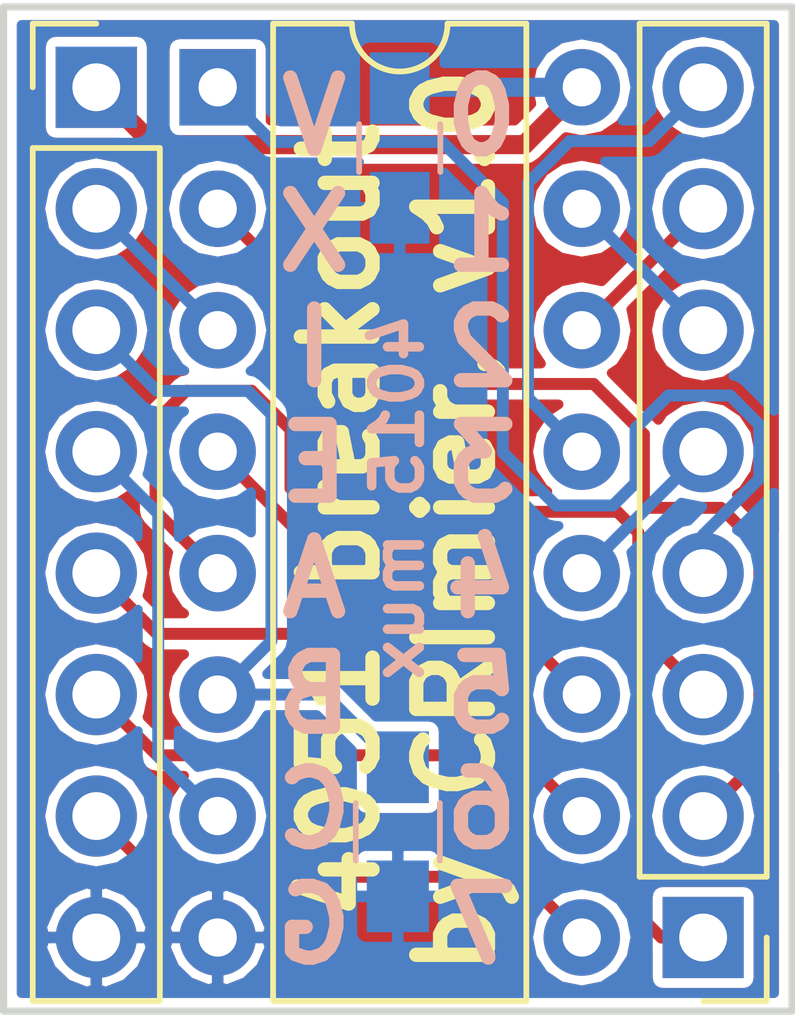
<source format=kicad_pcb>
(kicad_pcb (version 4) (host pcbnew 4.0.7)

  (general
    (links 20)
    (no_connects 0)
    (area 150.192381 103.375 172.38762 127.865)
    (thickness 1.6)
    (drawings 8)
    (tracks 76)
    (zones 0)
    (modules 5)
    (nets 17)
  )

  (page A4)
  (layers
    (0 F.Cu signal)
    (31 B.Cu signal)
    (32 B.Adhes user)
    (33 F.Adhes user)
    (34 B.Paste user)
    (35 F.Paste user)
    (36 B.SilkS user)
    (37 F.SilkS user)
    (38 B.Mask user)
    (39 F.Mask user)
    (40 Dwgs.User user)
    (41 Cmts.User user)
    (42 Eco1.User user)
    (43 Eco2.User user)
    (44 Edge.Cuts user)
    (45 Margin user)
    (46 B.CrtYd user)
    (47 F.CrtYd user)
    (48 B.Fab user hide)
    (49 F.Fab user hide)
  )

  (setup
    (last_trace_width 0.25)
    (user_trace_width 0.4)
    (trace_clearance 0.2)
    (zone_clearance 0.508)
    (zone_45_only no)
    (trace_min 0.2)
    (segment_width 0.2)
    (edge_width 0.15)
    (via_size 0.6)
    (via_drill 0.4)
    (via_min_size 0.4)
    (via_min_drill 0.3)
    (uvia_size 0.3)
    (uvia_drill 0.1)
    (uvias_allowed no)
    (uvia_min_size 0.2)
    (uvia_min_drill 0.1)
    (pcb_text_width 0.3)
    (pcb_text_size 1.5 1.5)
    (mod_edge_width 0.15)
    (mod_text_size 1 1)
    (mod_text_width 0.15)
    (pad_size 1.524 1.524)
    (pad_drill 0.762)
    (pad_to_mask_clearance 0.2)
    (aux_axis_origin 169.5 105)
    (visible_elements FFFFFF7F)
    (pcbplotparams
      (layerselection 0x010f0_80000001)
      (usegerberextensions true)
      (excludeedgelayer true)
      (linewidth 0.100000)
      (plotframeref false)
      (viasonmask false)
      (mode 1)
      (useauxorigin true)
      (hpglpennumber 1)
      (hpglpenspeed 20)
      (hpglpendiameter 15)
      (hpglpenoverlay 2)
      (psnegative false)
      (psa4output false)
      (plotreference false)
      (plotvalue false)
      (plotinvisibletext false)
      (padsonsilk false)
      (subtractmaskfromsilk false)
      (outputformat 1)
      (mirror false)
      (drillshape 0)
      (scaleselection 1)
      (outputdirectory gerbers/))
  )

  (net 0 "")
  (net 1 VDD)
  (net 2 VSS)
  (net 3 "Net-(J2-Pad1)")
  (net 4 "Net-(J2-Pad2)")
  (net 5 "Net-(J2-Pad3)")
  (net 6 "Net-(J2-Pad4)")
  (net 7 "Net-(J2-Pad5)")
  (net 8 "Net-(J2-Pad6)")
  (net 9 "Net-(J2-Pad7)")
  (net 10 "Net-(J2-Pad8)")
  (net 11 X)
  (net 12 I)
  (net 13 E)
  (net 14 A)
  (net 15 B)
  (net 16 C)

  (net_class Default "This is the default net class."
    (clearance 0.2)
    (trace_width 0.25)
    (via_dia 0.6)
    (via_drill 0.4)
    (uvia_dia 0.3)
    (uvia_drill 0.1)
    (add_net A)
    (add_net B)
    (add_net C)
    (add_net E)
    (add_net I)
    (add_net "Net-(J2-Pad1)")
    (add_net "Net-(J2-Pad2)")
    (add_net "Net-(J2-Pad3)")
    (add_net "Net-(J2-Pad4)")
    (add_net "Net-(J2-Pad5)")
    (add_net "Net-(J2-Pad6)")
    (add_net "Net-(J2-Pad7)")
    (add_net "Net-(J2-Pad8)")
    (add_net VDD)
    (add_net VSS)
    (add_net X)
  )

  (module Capacitors_SMD:C_0805_HandSoldering (layer B.Cu) (tedit 5CB45B2B) (tstamp 5CB45999)
    (at 161.29 107.95 270)
    (descr "Capacitor SMD 0805, hand soldering")
    (tags "capacitor 0805")
    (path /5CB459D1)
    (attr smd)
    (fp_text reference C1 (at 0 1.75 270) (layer B.SilkS) hide
      (effects (font (size 1 1) (thickness 0.15)) (justify mirror))
    )
    (fp_text value C_Small (at 0 -1.75 270) (layer B.Fab) hide
      (effects (font (size 1 1) (thickness 0.15)) (justify mirror))
    )
    (fp_text user %R (at 0 1.75 270) (layer B.Fab)
      (effects (font (size 1 1) (thickness 0.15)) (justify mirror))
    )
    (fp_line (start -1 -0.62) (end -1 0.62) (layer B.Fab) (width 0.1))
    (fp_line (start 1 -0.62) (end -1 -0.62) (layer B.Fab) (width 0.1))
    (fp_line (start 1 0.62) (end 1 -0.62) (layer B.Fab) (width 0.1))
    (fp_line (start -1 0.62) (end 1 0.62) (layer B.Fab) (width 0.1))
    (fp_line (start 0.5 0.85) (end -0.5 0.85) (layer B.SilkS) (width 0.12))
    (fp_line (start -0.5 -0.85) (end 0.5 -0.85) (layer B.SilkS) (width 0.12))
    (fp_line (start -2.25 0.88) (end 2.25 0.88) (layer B.CrtYd) (width 0.05))
    (fp_line (start -2.25 0.88) (end -2.25 -0.87) (layer B.CrtYd) (width 0.05))
    (fp_line (start 2.25 -0.87) (end 2.25 0.88) (layer B.CrtYd) (width 0.05))
    (fp_line (start 2.25 -0.87) (end -2.25 -0.87) (layer B.CrtYd) (width 0.05))
    (pad 1 smd rect (at -1.25 0 270) (size 1.5 1.25) (layers B.Cu B.Paste B.Mask)
      (net 1 VDD))
    (pad 2 smd rect (at 1.25 0 270) (size 1.5 1.25) (layers B.Cu B.Paste B.Mask)
      (net 2 VSS))
    (model Capacitors_SMD.3dshapes/C_0805.wrl
      (at (xyz 0 0 0))
      (scale (xyz 1 1 1))
      (rotate (xyz 0 0 0))
    )
  )

  (module Pin_Headers:Pin_Header_Straight_1x08_Pitch2.54mm (layer F.Cu) (tedit 5CB45B30) (tstamp 5CB459A5)
    (at 154.94 106.68)
    (descr "Through hole straight pin header, 1x08, 2.54mm pitch, single row")
    (tags "Through hole pin header THT 1x08 2.54mm single row")
    (path /5CB45973)
    (fp_text reference J1 (at 0 -2.33) (layer F.SilkS) hide
      (effects (font (size 1 1) (thickness 0.15)))
    )
    (fp_text value Conn_01x08 (at 0 20.11) (layer F.Fab)
      (effects (font (size 1 1) (thickness 0.15)))
    )
    (fp_line (start -0.635 -1.27) (end 1.27 -1.27) (layer F.Fab) (width 0.1))
    (fp_line (start 1.27 -1.27) (end 1.27 19.05) (layer F.Fab) (width 0.1))
    (fp_line (start 1.27 19.05) (end -1.27 19.05) (layer F.Fab) (width 0.1))
    (fp_line (start -1.27 19.05) (end -1.27 -0.635) (layer F.Fab) (width 0.1))
    (fp_line (start -1.27 -0.635) (end -0.635 -1.27) (layer F.Fab) (width 0.1))
    (fp_line (start -1.33 19.11) (end 1.33 19.11) (layer F.SilkS) (width 0.12))
    (fp_line (start -1.33 1.27) (end -1.33 19.11) (layer F.SilkS) (width 0.12))
    (fp_line (start 1.33 1.27) (end 1.33 19.11) (layer F.SilkS) (width 0.12))
    (fp_line (start -1.33 1.27) (end 1.33 1.27) (layer F.SilkS) (width 0.12))
    (fp_line (start -1.33 0) (end -1.33 -1.33) (layer F.SilkS) (width 0.12))
    (fp_line (start -1.33 -1.33) (end 0 -1.33) (layer F.SilkS) (width 0.12))
    (fp_line (start -1.8 -1.8) (end -1.8 19.55) (layer F.CrtYd) (width 0.05))
    (fp_line (start -1.8 19.55) (end 1.8 19.55) (layer F.CrtYd) (width 0.05))
    (fp_line (start 1.8 19.55) (end 1.8 -1.8) (layer F.CrtYd) (width 0.05))
    (fp_line (start 1.8 -1.8) (end -1.8 -1.8) (layer F.CrtYd) (width 0.05))
    (fp_text user %R (at 0 8.89 90) (layer F.Fab)
      (effects (font (size 1 1) (thickness 0.15)))
    )
    (pad 1 thru_hole rect (at 0 0) (size 1.7 1.7) (drill 1) (layers *.Cu *.Mask)
      (net 1 VDD))
    (pad 2 thru_hole oval (at 0 2.54) (size 1.7 1.7) (drill 1) (layers *.Cu *.Mask)
      (net 11 X))
    (pad 3 thru_hole oval (at 0 5.08) (size 1.7 1.7) (drill 1) (layers *.Cu *.Mask)
      (net 12 I))
    (pad 4 thru_hole oval (at 0 7.62) (size 1.7 1.7) (drill 1) (layers *.Cu *.Mask)
      (net 13 E))
    (pad 5 thru_hole oval (at 0 10.16) (size 1.7 1.7) (drill 1) (layers *.Cu *.Mask)
      (net 14 A))
    (pad 6 thru_hole oval (at 0 12.7) (size 1.7 1.7) (drill 1) (layers *.Cu *.Mask)
      (net 15 B))
    (pad 7 thru_hole oval (at 0 15.24) (size 1.7 1.7) (drill 1) (layers *.Cu *.Mask)
      (net 16 C))
    (pad 8 thru_hole oval (at 0 17.78) (size 1.7 1.7) (drill 1) (layers *.Cu *.Mask)
      (net 2 VSS))
    (model ${KISYS3DMOD}/Pin_Headers.3dshapes/Pin_Header_Straight_1x08_Pitch2.54mm.wrl
      (at (xyz 0 0 0))
      (scale (xyz 1 1 1))
      (rotate (xyz 0 0 0))
    )
  )

  (module Pin_Headers:Pin_Header_Straight_1x08_Pitch2.54mm (layer F.Cu) (tedit 5CB45B34) (tstamp 5CB459B1)
    (at 167.64 124.46 180)
    (descr "Through hole straight pin header, 1x08, 2.54mm pitch, single row")
    (tags "Through hole pin header THT 1x08 2.54mm single row")
    (path /5CB45923)
    (fp_text reference J2 (at 0 -2.33 180) (layer F.SilkS) hide
      (effects (font (size 1 1) (thickness 0.15)))
    )
    (fp_text value Conn_01x08 (at 0 20.11 180) (layer F.Fab)
      (effects (font (size 1 1) (thickness 0.15)))
    )
    (fp_line (start -0.635 -1.27) (end 1.27 -1.27) (layer F.Fab) (width 0.1))
    (fp_line (start 1.27 -1.27) (end 1.27 19.05) (layer F.Fab) (width 0.1))
    (fp_line (start 1.27 19.05) (end -1.27 19.05) (layer F.Fab) (width 0.1))
    (fp_line (start -1.27 19.05) (end -1.27 -0.635) (layer F.Fab) (width 0.1))
    (fp_line (start -1.27 -0.635) (end -0.635 -1.27) (layer F.Fab) (width 0.1))
    (fp_line (start -1.33 19.11) (end 1.33 19.11) (layer F.SilkS) (width 0.12))
    (fp_line (start -1.33 1.27) (end -1.33 19.11) (layer F.SilkS) (width 0.12))
    (fp_line (start 1.33 1.27) (end 1.33 19.11) (layer F.SilkS) (width 0.12))
    (fp_line (start -1.33 1.27) (end 1.33 1.27) (layer F.SilkS) (width 0.12))
    (fp_line (start -1.33 0) (end -1.33 -1.33) (layer F.SilkS) (width 0.12))
    (fp_line (start -1.33 -1.33) (end 0 -1.33) (layer F.SilkS) (width 0.12))
    (fp_line (start -1.8 -1.8) (end -1.8 19.55) (layer F.CrtYd) (width 0.05))
    (fp_line (start -1.8 19.55) (end 1.8 19.55) (layer F.CrtYd) (width 0.05))
    (fp_line (start 1.8 19.55) (end 1.8 -1.8) (layer F.CrtYd) (width 0.05))
    (fp_line (start 1.8 -1.8) (end -1.8 -1.8) (layer F.CrtYd) (width 0.05))
    (fp_text user %R (at 0 8.89 270) (layer F.Fab)
      (effects (font (size 1 1) (thickness 0.15)))
    )
    (pad 1 thru_hole rect (at 0 0 180) (size 1.7 1.7) (drill 1) (layers *.Cu *.Mask)
      (net 3 "Net-(J2-Pad1)"))
    (pad 2 thru_hole oval (at 0 2.54 180) (size 1.7 1.7) (drill 1) (layers *.Cu *.Mask)
      (net 4 "Net-(J2-Pad2)"))
    (pad 3 thru_hole oval (at 0 5.08 180) (size 1.7 1.7) (drill 1) (layers *.Cu *.Mask)
      (net 5 "Net-(J2-Pad3)"))
    (pad 4 thru_hole oval (at 0 7.62 180) (size 1.7 1.7) (drill 1) (layers *.Cu *.Mask)
      (net 6 "Net-(J2-Pad4)"))
    (pad 5 thru_hole oval (at 0 10.16 180) (size 1.7 1.7) (drill 1) (layers *.Cu *.Mask)
      (net 7 "Net-(J2-Pad5)"))
    (pad 6 thru_hole oval (at 0 12.7 180) (size 1.7 1.7) (drill 1) (layers *.Cu *.Mask)
      (net 8 "Net-(J2-Pad6)"))
    (pad 7 thru_hole oval (at 0 15.24 180) (size 1.7 1.7) (drill 1) (layers *.Cu *.Mask)
      (net 9 "Net-(J2-Pad7)"))
    (pad 8 thru_hole oval (at 0 17.78 180) (size 1.7 1.7) (drill 1) (layers *.Cu *.Mask)
      (net 10 "Net-(J2-Pad8)"))
    (model ${KISYS3DMOD}/Pin_Headers.3dshapes/Pin_Header_Straight_1x08_Pitch2.54mm.wrl
      (at (xyz 0 0 0))
      (scale (xyz 1 1 1))
      (rotate (xyz 0 0 0))
    )
  )

  (module Resistors_SMD:R_0805_HandSoldering (layer B.Cu) (tedit 5CB45B37) (tstamp 5CB459B7)
    (at 161.25 122.25 270)
    (descr "Resistor SMD 0805, hand soldering")
    (tags "resistor 0805")
    (path /5CB45D66)
    (attr smd)
    (fp_text reference R1 (at 0 1.7 270) (layer B.SilkS) hide
      (effects (font (size 1 1) (thickness 0.15)) (justify mirror))
    )
    (fp_text value 10K (at 0 -1.75 270) (layer B.Fab)
      (effects (font (size 1 1) (thickness 0.15)) (justify mirror))
    )
    (fp_text user %R (at 0 0 270) (layer B.Fab)
      (effects (font (size 0.5 0.5) (thickness 0.075)) (justify mirror))
    )
    (fp_line (start -1 -0.62) (end -1 0.62) (layer B.Fab) (width 0.1))
    (fp_line (start 1 -0.62) (end -1 -0.62) (layer B.Fab) (width 0.1))
    (fp_line (start 1 0.62) (end 1 -0.62) (layer B.Fab) (width 0.1))
    (fp_line (start -1 0.62) (end 1 0.62) (layer B.Fab) (width 0.1))
    (fp_line (start 0.6 -0.88) (end -0.6 -0.88) (layer B.SilkS) (width 0.12))
    (fp_line (start -0.6 0.88) (end 0.6 0.88) (layer B.SilkS) (width 0.12))
    (fp_line (start -2.35 0.9) (end 2.35 0.9) (layer B.CrtYd) (width 0.05))
    (fp_line (start -2.35 0.9) (end -2.35 -0.9) (layer B.CrtYd) (width 0.05))
    (fp_line (start 2.35 -0.9) (end 2.35 0.9) (layer B.CrtYd) (width 0.05))
    (fp_line (start 2.35 -0.9) (end -2.35 -0.9) (layer B.CrtYd) (width 0.05))
    (pad 1 smd rect (at -1.35 0 270) (size 1.5 1.3) (layers B.Cu B.Paste B.Mask)
      (net 12 I))
    (pad 2 smd rect (at 1.35 0 270) (size 1.5 1.3) (layers B.Cu B.Paste B.Mask)
      (net 2 VSS))
    (model ${KISYS3DMOD}/Resistors_SMD.3dshapes/R_0805.wrl
      (at (xyz 0 0 0))
      (scale (xyz 1 1 1))
      (rotate (xyz 0 0 0))
    )
  )

  (module Housings_DIP:DIP-16_W7.62mm (layer F.Cu) (tedit 5CB45B2D) (tstamp 5CB459CB)
    (at 157.48 106.68)
    (descr "16-lead though-hole mounted DIP package, row spacing 7.62 mm (300 mils)")
    (tags "THT DIP DIL PDIP 2.54mm 7.62mm 300mil")
    (path /5CB4578E)
    (fp_text reference U1 (at 3.81 -2.33) (layer F.SilkS) hide
      (effects (font (size 1 1) (thickness 0.15)))
    )
    (fp_text value 4051 (at 3.81 20.11) (layer F.Fab)
      (effects (font (size 1 1) (thickness 0.15)))
    )
    (fp_arc (start 3.81 -1.33) (end 2.81 -1.33) (angle -180) (layer F.SilkS) (width 0.12))
    (fp_line (start 1.635 -1.27) (end 6.985 -1.27) (layer F.Fab) (width 0.1))
    (fp_line (start 6.985 -1.27) (end 6.985 19.05) (layer F.Fab) (width 0.1))
    (fp_line (start 6.985 19.05) (end 0.635 19.05) (layer F.Fab) (width 0.1))
    (fp_line (start 0.635 19.05) (end 0.635 -0.27) (layer F.Fab) (width 0.1))
    (fp_line (start 0.635 -0.27) (end 1.635 -1.27) (layer F.Fab) (width 0.1))
    (fp_line (start 2.81 -1.33) (end 1.16 -1.33) (layer F.SilkS) (width 0.12))
    (fp_line (start 1.16 -1.33) (end 1.16 19.11) (layer F.SilkS) (width 0.12))
    (fp_line (start 1.16 19.11) (end 6.46 19.11) (layer F.SilkS) (width 0.12))
    (fp_line (start 6.46 19.11) (end 6.46 -1.33) (layer F.SilkS) (width 0.12))
    (fp_line (start 6.46 -1.33) (end 4.81 -1.33) (layer F.SilkS) (width 0.12))
    (fp_line (start -1.1 -1.55) (end -1.1 19.3) (layer F.CrtYd) (width 0.05))
    (fp_line (start -1.1 19.3) (end 8.7 19.3) (layer F.CrtYd) (width 0.05))
    (fp_line (start 8.7 19.3) (end 8.7 -1.55) (layer F.CrtYd) (width 0.05))
    (fp_line (start 8.7 -1.55) (end -1.1 -1.55) (layer F.CrtYd) (width 0.05))
    (fp_text user %R (at 3.81 8.89) (layer F.Fab)
      (effects (font (size 1 1) (thickness 0.15)))
    )
    (pad 1 thru_hole rect (at 0 0) (size 1.6 1.6) (drill 0.8) (layers *.Cu *.Mask)
      (net 6 "Net-(J2-Pad4)"))
    (pad 9 thru_hole oval (at 7.62 17.78) (size 1.6 1.6) (drill 0.8) (layers *.Cu *.Mask)
      (net 16 C))
    (pad 2 thru_hole oval (at 0 2.54) (size 1.6 1.6) (drill 0.8) (layers *.Cu *.Mask)
      (net 4 "Net-(J2-Pad2)"))
    (pad 10 thru_hole oval (at 7.62 15.24) (size 1.6 1.6) (drill 0.8) (layers *.Cu *.Mask)
      (net 15 B))
    (pad 3 thru_hole oval (at 0 5.08) (size 1.6 1.6) (drill 0.8) (layers *.Cu *.Mask)
      (net 11 X))
    (pad 11 thru_hole oval (at 7.62 12.7) (size 1.6 1.6) (drill 0.8) (layers *.Cu *.Mask)
      (net 14 A))
    (pad 4 thru_hole oval (at 0 7.62) (size 1.6 1.6) (drill 0.8) (layers *.Cu *.Mask)
      (net 3 "Net-(J2-Pad1)"))
    (pad 12 thru_hole oval (at 7.62 10.16) (size 1.6 1.6) (drill 0.8) (layers *.Cu *.Mask)
      (net 7 "Net-(J2-Pad5)"))
    (pad 5 thru_hole oval (at 0 10.16) (size 1.6 1.6) (drill 0.8) (layers *.Cu *.Mask)
      (net 5 "Net-(J2-Pad3)"))
    (pad 13 thru_hole oval (at 7.62 7.62) (size 1.6 1.6) (drill 0.8) (layers *.Cu *.Mask)
      (net 10 "Net-(J2-Pad8)"))
    (pad 6 thru_hole oval (at 0 12.7) (size 1.6 1.6) (drill 0.8) (layers *.Cu *.Mask)
      (net 12 I))
    (pad 14 thru_hole oval (at 7.62 5.08) (size 1.6 1.6) (drill 0.8) (layers *.Cu *.Mask)
      (net 9 "Net-(J2-Pad7)"))
    (pad 7 thru_hole oval (at 0 15.24) (size 1.6 1.6) (drill 0.8) (layers *.Cu *.Mask)
      (net 13 E))
    (pad 15 thru_hole oval (at 7.62 2.54) (size 1.6 1.6) (drill 0.8) (layers *.Cu *.Mask)
      (net 8 "Net-(J2-Pad6)"))
    (pad 8 thru_hole oval (at 0 17.78) (size 1.6 1.6) (drill 0.8) (layers *.Cu *.Mask)
      (net 2 VSS))
    (pad 16 thru_hole oval (at 7.62 0) (size 1.6 1.6) (drill 0.8) (layers *.Cu *.Mask)
      (net 1 VDD))
    (model ${KISYS3DMOD}/Housings_DIP.3dshapes/DIP-16_W7.62mm.wrl
      (at (xyz 0 0 0))
      (scale (xyz 1 1 1))
      (rotate (xyz 0 0 0))
    )
  )

  (gr_text "4051 breakout\nby CRImier, v1.0" (at 161.25 115.75 90) (layer F.SilkS)
    (effects (font (size 1.5 1.5) (thickness 0.3)))
  )
  (gr_text "4015 mux" (at 161.25 115.25 90) (layer B.SilkS)
    (effects (font (size 1 1) (thickness 0.2)) (justify mirror))
  )
  (gr_text "V\nX\nI\nE\nA\nB\nC\nG" (at 159.5 115.75) (layer B.SilkS)
    (effects (font (size 1.5 1.5) (thickness 0.3)) (justify mirror))
  )
  (gr_text "0\n1\n2\n3\n4\n5\n6\n7" (at 163 115.75) (layer B.SilkS)
    (effects (font (size 1.5 1.5) (thickness 0.3)) (justify mirror))
  )
  (gr_line (start 153 126) (end 153 105) (layer Edge.Cuts) (width 0.15))
  (gr_line (start 169.5 126) (end 153 126) (layer Edge.Cuts) (width 0.15))
  (gr_line (start 169.5 105) (end 169.5 126) (layer Edge.Cuts) (width 0.15))
  (gr_line (start 153 105) (end 169.5 105) (layer Edge.Cuts) (width 0.15))

  (segment (start 165.1 106.68) (end 161.31 106.68) (width 0.4) (layer B.Cu) (net 1))
  (segment (start 161.31 106.68) (end 161.29 106.7) (width 0.4) (layer B.Cu) (net 1))
  (segment (start 154.94 106.68) (end 156.140001 107.880001) (width 0.4) (layer F.Cu) (net 1))
  (segment (start 156.140001 107.880001) (end 163.899999 107.880001) (width 0.4) (layer F.Cu) (net 1))
  (segment (start 163.899999 107.880001) (end 165.1 106.68) (width 0.4) (layer F.Cu) (net 1))
  (segment (start 167.64 124.46) (end 166.765002 124.46) (width 0.25) (layer F.Cu) (net 3))
  (segment (start 164.46641 118.11) (end 163.95841 117.602) (width 0.25) (layer F.Cu) (net 3))
  (segment (start 166.765002 124.46) (end 166.338191 124.033189) (width 0.25) (layer F.Cu) (net 3))
  (segment (start 166.338191 124.033189) (end 166.338191 118.856384) (width 0.25) (layer F.Cu) (net 3))
  (segment (start 166.338191 118.856384) (end 165.591807 118.11) (width 0.25) (layer F.Cu) (net 3))
  (segment (start 165.591807 118.11) (end 164.46641 118.11) (width 0.25) (layer F.Cu) (net 3))
  (segment (start 163.95841 117.602) (end 160.782 117.602) (width 0.25) (layer F.Cu) (net 3))
  (segment (start 160.782 117.602) (end 157.48 114.3) (width 0.25) (layer F.Cu) (net 3))
  (segment (start 167.64 121.92) (end 168.815001 120.744999) (width 0.25) (layer F.Cu) (net 4))
  (segment (start 168.815001 120.744999) (end 168.815001 116.275999) (width 0.25) (layer F.Cu) (net 4))
  (segment (start 168.815001 116.275999) (end 168.014003 115.475001) (width 0.25) (layer F.Cu) (net 4))
  (segment (start 168.014003 115.475001) (end 166.400559 115.475001) (width 0.25) (layer F.Cu) (net 4))
  (segment (start 166.400559 115.475001) (end 166.400559 113.935557) (width 0.25) (layer F.Cu) (net 4))
  (segment (start 166.400559 113.935557) (end 165.350003 112.885001) (width 0.25) (layer F.Cu) (net 4))
  (segment (start 165.350003 112.885001) (end 161.145001 112.885001) (width 0.25) (layer F.Cu) (net 4))
  (segment (start 161.145001 112.885001) (end 157.48 109.22) (width 0.25) (layer F.Cu) (net 4))
  (segment (start 157.48 116.84) (end 156.178842 115.538842) (width 0.25) (layer F.Cu) (net 5))
  (segment (start 156.821977 113.026423) (end 158.191234 113.026423) (width 0.25) (layer F.Cu) (net 5))
  (segment (start 156.178842 115.538842) (end 156.178842 113.669558) (width 0.25) (layer F.Cu) (net 5))
  (segment (start 163.715528 115.557472) (end 165.84662 115.557472) (width 0.25) (layer F.Cu) (net 5))
  (segment (start 166.282293 118.022293) (end 167.64 119.38) (width 0.25) (layer F.Cu) (net 5))
  (segment (start 156.178842 113.669558) (end 156.821977 113.026423) (width 0.25) (layer F.Cu) (net 5))
  (segment (start 158.191234 113.026423) (end 159.004 113.839189) (width 0.25) (layer F.Cu) (net 5))
  (segment (start 159.004 113.839189) (end 159.004 115.062) (width 0.25) (layer F.Cu) (net 5))
  (segment (start 165.84662 115.557472) (end 166.282293 115.993145) (width 0.25) (layer F.Cu) (net 5))
  (segment (start 159.004 115.062) (end 160.909 116.967) (width 0.25) (layer F.Cu) (net 5))
  (segment (start 160.909 116.967) (end 162.306 116.967) (width 0.25) (layer F.Cu) (net 5))
  (segment (start 162.306 116.967) (end 163.715528 115.557472) (width 0.25) (layer F.Cu) (net 5))
  (segment (start 166.282293 115.993145) (end 166.282293 118.022293) (width 0.25) (layer F.Cu) (net 5))
  (segment (start 164.559999 115.425001) (end 163.449 114.314002) (width 0.25) (layer B.Cu) (net 6))
  (segment (start 163.449 109.093) (end 163.449 114.314002) (width 0.25) (layer B.Cu) (net 6))
  (segment (start 162.179 107.823) (end 163.449 109.093) (width 0.25) (layer B.Cu) (net 6))
  (segment (start 158.623 107.823) (end 157.48 106.68) (width 0.25) (layer B.Cu) (net 6))
  (segment (start 158.623 107.823) (end 162.179 107.823) (width 0.25) (layer B.Cu) (net 6))
  (segment (start 167.64 116.84) (end 167.64 116.039002) (width 0.25) (layer B.Cu) (net 6))
  (segment (start 166.225001 114.952999) (end 165.752999 115.425001) (width 0.25) (layer B.Cu) (net 6))
  (segment (start 167.64 116.039002) (end 168.815001 114.864001) (width 0.25) (layer B.Cu) (net 6))
  (segment (start 166.225001 113.809999) (end 166.225001 114.952999) (width 0.25) (layer B.Cu) (net 6))
  (segment (start 168.815001 114.864001) (end 168.815001 113.735999) (width 0.25) (layer B.Cu) (net 6))
  (segment (start 165.752999 115.425001) (end 164.559999 115.425001) (width 0.25) (layer B.Cu) (net 6))
  (segment (start 168.815001 113.735999) (end 168.204001 113.124999) (width 0.25) (layer B.Cu) (net 6))
  (segment (start 168.204001 113.124999) (end 166.910001 113.124999) (width 0.25) (layer B.Cu) (net 6))
  (segment (start 166.910001 113.124999) (end 166.225001 113.809999) (width 0.25) (layer B.Cu) (net 6))
  (segment (start 165.1 116.84) (end 167.64 114.3) (width 0.25) (layer B.Cu) (net 7))
  (segment (start 165.1 109.22) (end 167.64 111.76) (width 0.25) (layer B.Cu) (net 8))
  (segment (start 165.1 111.76) (end 167.64 109.22) (width 0.25) (layer F.Cu) (net 9))
  (segment (start 165.1 114.3) (end 163.974999 113.174999) (width 0.25) (layer B.Cu) (net 10))
  (segment (start 163.974999 113.174999) (end 163.974999 108.679999) (width 0.25) (layer B.Cu) (net 10))
  (segment (start 163.974999 108.679999) (end 164.849997 107.805001) (width 0.25) (layer B.Cu) (net 10))
  (segment (start 164.849997 107.805001) (end 166.514999 107.805001) (width 0.25) (layer B.Cu) (net 10))
  (segment (start 166.514999 107.805001) (end 167.64 106.68) (width 0.25) (layer B.Cu) (net 10))
  (segment (start 154.94 109.22) (end 157.48 111.76) (width 0.25) (layer B.Cu) (net 11))
  (segment (start 157.48 119.38) (end 159.73 119.38) (width 0.25) (layer B.Cu) (net 12))
  (segment (start 159.73 119.38) (end 161.25 120.9) (width 0.25) (layer B.Cu) (net 12))
  (segment (start 154.94 111.76) (end 156.21 113.03) (width 0.25) (layer B.Cu) (net 12))
  (segment (start 156.21 113.03) (end 158.115 113.03) (width 0.25) (layer B.Cu) (net 12))
  (segment (start 158.115 113.03) (end 158.605001 113.520001) (width 0.25) (layer B.Cu) (net 12))
  (segment (start 158.605001 113.520001) (end 158.605001 118.254999) (width 0.25) (layer B.Cu) (net 12))
  (segment (start 158.605001 118.254999) (end 157.48 119.38) (width 0.25) (layer B.Cu) (net 12))
  (segment (start 154.94 114.3) (end 156.236442 115.596442) (width 0.25) (layer B.Cu) (net 13))
  (segment (start 156.236442 115.596442) (end 156.236442 120.676442) (width 0.25) (layer B.Cu) (net 13))
  (segment (start 156.236442 120.676442) (end 157.48 121.92) (width 0.25) (layer B.Cu) (net 13))
  (segment (start 154.94 116.84) (end 156.21 118.11) (width 0.25) (layer F.Cu) (net 14))
  (segment (start 156.21 118.11) (end 163.83 118.11) (width 0.25) (layer F.Cu) (net 14))
  (segment (start 163.83 118.11) (end 165.1 119.38) (width 0.25) (layer F.Cu) (net 14))
  (segment (start 156.21 120.65) (end 163.83 120.65) (width 0.25) (layer F.Cu) (net 15))
  (segment (start 163.83 120.65) (end 165.1 121.92) (width 0.25) (layer F.Cu) (net 15))
  (segment (start 154.94 119.38) (end 156.21 120.65) (width 0.25) (layer F.Cu) (net 15))
  (segment (start 156.21 123.19) (end 163.83 123.19) (width 0.25) (layer F.Cu) (net 16))
  (segment (start 163.83 123.19) (end 165.1 124.46) (width 0.25) (layer F.Cu) (net 16))
  (segment (start 154.94 121.92) (end 156.21 123.19) (width 0.25) (layer F.Cu) (net 16))

  (zone (net 2) (net_name VSS) (layer F.Cu) (tstamp 0) (hatch edge 0.508)
    (connect_pads (clearance 0.2))
    (min_thickness 0.2)
    (fill yes (arc_segments 16) (thermal_gap 0.2) (thermal_bridge_width 0.24))
    (polygon
      (pts
        (xy 153 105) (xy 169.5 105) (xy 169.5 126) (xy 153 126)
      )
    )
    (filled_polygon
      (pts
        (xy 169.125 115.989664) (xy 169.115521 115.975478) (xy 168.342331 115.202289) (xy 168.475703 115.113173) (xy 168.724991 114.740086)
        (xy 168.81253 114.3) (xy 168.724991 113.859914) (xy 168.475703 113.486827) (xy 168.102616 113.237539) (xy 167.66253 113.15)
        (xy 167.61747 113.15) (xy 167.177384 113.237539) (xy 166.804297 113.486827) (xy 166.703173 113.63817) (xy 166.70108 113.635037)
        (xy 165.722223 112.656181) (xy 165.899367 112.537817) (xy 166.137817 112.180952) (xy 166.22155 111.76) (xy 166.46747 111.76)
        (xy 166.555009 112.200086) (xy 166.804297 112.573173) (xy 167.177384 112.822461) (xy 167.61747 112.91) (xy 167.66253 112.91)
        (xy 168.102616 112.822461) (xy 168.475703 112.573173) (xy 168.724991 112.200086) (xy 168.81253 111.76) (xy 168.724991 111.319914)
        (xy 168.475703 110.946827) (xy 168.102616 110.697539) (xy 167.66253 110.61) (xy 167.61747 110.61) (xy 167.177384 110.697539)
        (xy 166.804297 110.946827) (xy 166.555009 111.319914) (xy 166.46747 111.76) (xy 166.22155 111.76) (xy 166.137817 111.339048)
        (xy 166.131479 111.329562) (xy 167.178381 110.282659) (xy 167.61747 110.37) (xy 167.66253 110.37) (xy 168.102616 110.282461)
        (xy 168.475703 110.033173) (xy 168.724991 109.660086) (xy 168.81253 109.22) (xy 168.724991 108.779914) (xy 168.475703 108.406827)
        (xy 168.102616 108.157539) (xy 167.66253 108.07) (xy 167.61747 108.07) (xy 167.177384 108.157539) (xy 166.804297 108.406827)
        (xy 166.555009 108.779914) (xy 166.46747 109.22) (xy 166.555009 109.660086) (xy 166.572579 109.686381) (xy 165.519752 110.739208)
        (xy 165.12155 110.66) (xy 165.07845 110.66) (xy 164.657498 110.743733) (xy 164.300633 110.982183) (xy 164.062183 111.339048)
        (xy 163.97845 111.76) (xy 164.062183 112.180952) (xy 164.248638 112.460001) (xy 161.321041 112.460001) (xy 158.511478 109.650438)
        (xy 158.517817 109.640952) (xy 158.60155 109.22) (xy 163.97845 109.22) (xy 164.062183 109.640952) (xy 164.300633 109.997817)
        (xy 164.657498 110.236267) (xy 165.07845 110.32) (xy 165.12155 110.32) (xy 165.542502 110.236267) (xy 165.899367 109.997817)
        (xy 166.137817 109.640952) (xy 166.22155 109.22) (xy 166.137817 108.799048) (xy 165.899367 108.442183) (xy 165.542502 108.203733)
        (xy 165.12155 108.12) (xy 165.07845 108.12) (xy 164.657498 108.203733) (xy 164.300633 108.442183) (xy 164.062183 108.799048)
        (xy 163.97845 109.22) (xy 158.60155 109.22) (xy 158.517817 108.799048) (xy 158.279367 108.442183) (xy 158.186305 108.380001)
        (xy 163.899999 108.380001) (xy 164.091341 108.341941) (xy 164.253552 108.233554) (xy 164.768717 107.71839) (xy 165.07845 107.78)
        (xy 165.12155 107.78) (xy 165.542502 107.696267) (xy 165.899367 107.457817) (xy 166.137817 107.100952) (xy 166.22155 106.68)
        (xy 166.46747 106.68) (xy 166.555009 107.120086) (xy 166.804297 107.493173) (xy 167.177384 107.742461) (xy 167.61747 107.83)
        (xy 167.66253 107.83) (xy 168.102616 107.742461) (xy 168.475703 107.493173) (xy 168.724991 107.120086) (xy 168.81253 106.68)
        (xy 168.724991 106.239914) (xy 168.475703 105.866827) (xy 168.102616 105.617539) (xy 167.66253 105.53) (xy 167.61747 105.53)
        (xy 167.177384 105.617539) (xy 166.804297 105.866827) (xy 166.555009 106.239914) (xy 166.46747 106.68) (xy 166.22155 106.68)
        (xy 166.137817 106.259048) (xy 165.899367 105.902183) (xy 165.542502 105.663733) (xy 165.12155 105.58) (xy 165.07845 105.58)
        (xy 164.657498 105.663733) (xy 164.300633 105.902183) (xy 164.062183 106.259048) (xy 163.97845 106.68) (xy 164.047211 107.025683)
        (xy 163.692893 107.380001) (xy 158.585877 107.380001) (xy 158.585877 105.88) (xy 158.564958 105.768827) (xy 158.499255 105.666721)
        (xy 158.399003 105.598222) (xy 158.28 105.574123) (xy 156.68 105.574123) (xy 156.568827 105.595042) (xy 156.466721 105.660745)
        (xy 156.398222 105.760997) (xy 156.374123 105.88) (xy 156.374123 107.380001) (xy 156.347108 107.380001) (xy 156.095877 107.12877)
        (xy 156.095877 105.83) (xy 156.074958 105.718827) (xy 156.009255 105.616721) (xy 155.909003 105.548222) (xy 155.79 105.524123)
        (xy 154.09 105.524123) (xy 153.978827 105.545042) (xy 153.876721 105.610745) (xy 153.808222 105.710997) (xy 153.784123 105.83)
        (xy 153.784123 107.53) (xy 153.805042 107.641173) (xy 153.870745 107.743279) (xy 153.970997 107.811778) (xy 154.09 107.835877)
        (xy 155.38877 107.835877) (xy 155.786448 108.233555) (xy 155.883687 108.298527) (xy 155.948659 108.341941) (xy 156.140001 108.380001)
        (xy 156.773695 108.380001) (xy 156.680633 108.442183) (xy 156.442183 108.799048) (xy 156.35845 109.22) (xy 156.442183 109.640952)
        (xy 156.680633 109.997817) (xy 157.037498 110.236267) (xy 157.45845 110.32) (xy 157.50155 110.32) (xy 157.899752 110.240792)
        (xy 160.844481 113.185521) (xy 160.98236 113.27765) (xy 161.009344 113.283017) (xy 161.145001 113.310001) (xy 164.618185 113.310001)
        (xy 164.300633 113.522183) (xy 164.062183 113.879048) (xy 163.97845 114.3) (xy 164.062183 114.720952) (xy 164.300633 115.077817)
        (xy 164.38243 115.132472) (xy 163.715528 115.132472) (xy 163.552887 115.164823) (xy 163.415008 115.256951) (xy 162.12996 116.542)
        (xy 161.08504 116.542) (xy 159.429 114.88596) (xy 159.429 113.839189) (xy 159.396649 113.676549) (xy 159.396649 113.676548)
        (xy 159.304521 113.538669) (xy 158.491754 112.725903) (xy 158.353875 112.633774) (xy 158.326891 112.628407) (xy 158.191234 112.601423)
        (xy 158.184174 112.601423) (xy 158.279367 112.537817) (xy 158.517817 112.180952) (xy 158.60155 111.76) (xy 158.517817 111.339048)
        (xy 158.279367 110.982183) (xy 157.922502 110.743733) (xy 157.50155 110.66) (xy 157.45845 110.66) (xy 157.037498 110.743733)
        (xy 156.680633 110.982183) (xy 156.442183 111.339048) (xy 156.35845 111.76) (xy 156.442183 112.180952) (xy 156.680633 112.537817)
        (xy 156.786413 112.608497) (xy 156.659337 112.633774) (xy 156.659335 112.633775) (xy 156.659336 112.633775) (xy 156.521456 112.725903)
        (xy 155.878322 113.369038) (xy 155.78766 113.504722) (xy 155.775703 113.486827) (xy 155.402616 113.237539) (xy 154.96253 113.15)
        (xy 154.91747 113.15) (xy 154.477384 113.237539) (xy 154.104297 113.486827) (xy 153.855009 113.859914) (xy 153.76747 114.3)
        (xy 153.855009 114.740086) (xy 154.104297 115.113173) (xy 154.477384 115.362461) (xy 154.91747 115.45) (xy 154.96253 115.45)
        (xy 155.402616 115.362461) (xy 155.753842 115.12778) (xy 155.753842 115.538842) (xy 155.780826 115.674499) (xy 155.786193 115.701483)
        (xy 155.878322 115.839362) (xy 156.448521 116.409562) (xy 156.442183 116.419048) (xy 156.35845 116.84) (xy 156.442183 117.260952)
        (xy 156.680633 117.617817) (xy 156.781179 117.685) (xy 156.386041 117.685) (xy 156.007421 117.306381) (xy 156.024991 117.280086)
        (xy 156.11253 116.84) (xy 156.024991 116.399914) (xy 155.775703 116.026827) (xy 155.402616 115.777539) (xy 154.96253 115.69)
        (xy 154.91747 115.69) (xy 154.477384 115.777539) (xy 154.104297 116.026827) (xy 153.855009 116.399914) (xy 153.76747 116.84)
        (xy 153.855009 117.280086) (xy 154.104297 117.653173) (xy 154.477384 117.902461) (xy 154.91747 117.99) (xy 154.96253 117.99)
        (xy 155.401619 117.902659) (xy 155.909479 118.41052) (xy 155.964514 118.447293) (xy 156.04736 118.502649) (xy 156.21 118.535)
        (xy 156.781179 118.535) (xy 156.680633 118.602183) (xy 156.442183 118.959048) (xy 156.35845 119.38) (xy 156.442183 119.800952)
        (xy 156.680633 120.157817) (xy 156.781179 120.225) (xy 156.386041 120.225) (xy 156.007421 119.846381) (xy 156.024991 119.820086)
        (xy 156.11253 119.38) (xy 156.024991 118.939914) (xy 155.775703 118.566827) (xy 155.402616 118.317539) (xy 154.96253 118.23)
        (xy 154.91747 118.23) (xy 154.477384 118.317539) (xy 154.104297 118.566827) (xy 153.855009 118.939914) (xy 153.76747 119.38)
        (xy 153.855009 119.820086) (xy 154.104297 120.193173) (xy 154.477384 120.442461) (xy 154.91747 120.53) (xy 154.96253 120.53)
        (xy 155.401619 120.442659) (xy 155.909479 120.95052) (xy 156.001608 121.012078) (xy 156.04736 121.042649) (xy 156.21 121.075)
        (xy 156.781179 121.075) (xy 156.680633 121.142183) (xy 156.442183 121.499048) (xy 156.35845 121.92) (xy 156.442183 122.340952)
        (xy 156.680633 122.697817) (xy 156.781179 122.765) (xy 156.386041 122.765) (xy 156.007421 122.386381) (xy 156.024991 122.360086)
        (xy 156.11253 121.92) (xy 156.024991 121.479914) (xy 155.775703 121.106827) (xy 155.402616 120.857539) (xy 154.96253 120.77)
        (xy 154.91747 120.77) (xy 154.477384 120.857539) (xy 154.104297 121.106827) (xy 153.855009 121.479914) (xy 153.76747 121.92)
        (xy 153.855009 122.360086) (xy 154.104297 122.733173) (xy 154.477384 122.982461) (xy 154.91747 123.07) (xy 154.96253 123.07)
        (xy 155.401619 122.982659) (xy 155.909479 123.49052) (xy 155.972605 123.532699) (xy 156.04736 123.582649) (xy 156.21 123.615)
        (xy 156.802445 123.615) (xy 156.57847 123.829722) (xy 156.405898 124.2227) (xy 156.396851 124.268197) (xy 156.455195 124.44)
        (xy 157.46 124.44) (xy 157.46 124.42) (xy 157.5 124.42) (xy 157.5 124.44) (xy 158.504805 124.44)
        (xy 158.563149 124.268197) (xy 158.554102 124.2227) (xy 158.38153 123.829722) (xy 158.157555 123.615) (xy 163.65396 123.615)
        (xy 164.068521 124.029562) (xy 164.062183 124.039048) (xy 163.97845 124.46) (xy 164.062183 124.880952) (xy 164.300633 125.237817)
        (xy 164.657498 125.476267) (xy 165.07845 125.56) (xy 165.12155 125.56) (xy 165.542502 125.476267) (xy 165.899367 125.237817)
        (xy 166.137817 124.880952) (xy 166.211995 124.508033) (xy 166.464482 124.76052) (xy 166.484123 124.773644) (xy 166.484123 125.31)
        (xy 166.505042 125.421173) (xy 166.570745 125.523279) (xy 166.670997 125.591778) (xy 166.79 125.615877) (xy 168.49 125.615877)
        (xy 168.601173 125.594958) (xy 168.703279 125.529255) (xy 168.771778 125.429003) (xy 168.795877 125.31) (xy 168.795877 123.61)
        (xy 168.774958 123.498827) (xy 168.709255 123.396721) (xy 168.609003 123.328222) (xy 168.49 123.304123) (xy 166.79 123.304123)
        (xy 166.763191 123.309168) (xy 166.763191 122.671653) (xy 166.804297 122.733173) (xy 167.177384 122.982461) (xy 167.61747 123.07)
        (xy 167.66253 123.07) (xy 168.102616 122.982461) (xy 168.475703 122.733173) (xy 168.724991 122.360086) (xy 168.81253 121.92)
        (xy 168.724991 121.479914) (xy 168.707421 121.453619) (xy 169.115521 121.04552) (xy 169.125 121.031334) (xy 169.125 125.625)
        (xy 153.375 125.625) (xy 153.375 124.659626) (xy 153.807459 124.659626) (xy 153.817273 124.708975) (xy 153.998014 125.119672)
        (xy 154.322164 125.42994) (xy 154.740374 125.592543) (xy 154.92 125.534828) (xy 154.92 124.48) (xy 154.96 124.48)
        (xy 154.96 125.534828) (xy 155.139626 125.592543) (xy 155.557836 125.42994) (xy 155.881986 125.119672) (xy 156.062727 124.708975)
        (xy 156.072541 124.659626) (xy 156.070027 124.651803) (xy 156.396851 124.651803) (xy 156.405898 124.6973) (xy 156.57847 125.090278)
        (xy 156.888292 125.387301) (xy 157.288196 125.543151) (xy 157.46 125.48482) (xy 157.46 124.48) (xy 157.5 124.48)
        (xy 157.5 125.48482) (xy 157.671804 125.543151) (xy 158.071708 125.387301) (xy 158.38153 125.090278) (xy 158.554102 124.6973)
        (xy 158.563149 124.651803) (xy 158.504805 124.48) (xy 157.5 124.48) (xy 157.46 124.48) (xy 156.455195 124.48)
        (xy 156.396851 124.651803) (xy 156.070027 124.651803) (xy 156.014814 124.48) (xy 154.96 124.48) (xy 154.92 124.48)
        (xy 153.865186 124.48) (xy 153.807459 124.659626) (xy 153.375 124.659626) (xy 153.375 124.260374) (xy 153.807459 124.260374)
        (xy 153.865186 124.44) (xy 154.92 124.44) (xy 154.92 123.385172) (xy 154.96 123.385172) (xy 154.96 124.44)
        (xy 156.014814 124.44) (xy 156.072541 124.260374) (xy 156.062727 124.211025) (xy 155.881986 123.800328) (xy 155.557836 123.49006)
        (xy 155.139626 123.327457) (xy 154.96 123.385172) (xy 154.92 123.385172) (xy 154.740374 123.327457) (xy 154.322164 123.49006)
        (xy 153.998014 123.800328) (xy 153.817273 124.211025) (xy 153.807459 124.260374) (xy 153.375 124.260374) (xy 153.375 111.76)
        (xy 153.76747 111.76) (xy 153.855009 112.200086) (xy 154.104297 112.573173) (xy 154.477384 112.822461) (xy 154.91747 112.91)
        (xy 154.96253 112.91) (xy 155.402616 112.822461) (xy 155.775703 112.573173) (xy 156.024991 112.200086) (xy 156.11253 111.76)
        (xy 156.024991 111.319914) (xy 155.775703 110.946827) (xy 155.402616 110.697539) (xy 154.96253 110.61) (xy 154.91747 110.61)
        (xy 154.477384 110.697539) (xy 154.104297 110.946827) (xy 153.855009 111.319914) (xy 153.76747 111.76) (xy 153.375 111.76)
        (xy 153.375 109.22) (xy 153.76747 109.22) (xy 153.855009 109.660086) (xy 154.104297 110.033173) (xy 154.477384 110.282461)
        (xy 154.91747 110.37) (xy 154.96253 110.37) (xy 155.402616 110.282461) (xy 155.775703 110.033173) (xy 156.024991 109.660086)
        (xy 156.11253 109.22) (xy 156.024991 108.779914) (xy 155.775703 108.406827) (xy 155.402616 108.157539) (xy 154.96253 108.07)
        (xy 154.91747 108.07) (xy 154.477384 108.157539) (xy 154.104297 108.406827) (xy 153.855009 108.779914) (xy 153.76747 109.22)
        (xy 153.375 109.22) (xy 153.375 105.375) (xy 169.125 105.375)
      )
    )
  )
  (zone (net 2) (net_name VSS) (layer B.Cu) (tstamp 5CB45C85) (hatch edge 0.508)
    (connect_pads (clearance 0.2))
    (min_thickness 0.2)
    (fill yes (arc_segments 16) (thermal_gap 0.2) (thermal_bridge_width 0.24))
    (polygon
      (pts
        (xy 169.5 105) (xy 153 105) (xy 153 126) (xy 169.5 126)
      )
    )
    (filled_polygon
      (pts
        (xy 169.125 113.449664) (xy 169.115521 113.435478) (xy 168.504521 112.824479) (xy 168.366642 112.73235) (xy 168.339658 112.726983)
        (xy 168.267108 112.712552) (xy 168.475703 112.573173) (xy 168.724991 112.200086) (xy 168.81253 111.76) (xy 168.724991 111.319914)
        (xy 168.475703 110.946827) (xy 168.102616 110.697539) (xy 167.66253 110.61) (xy 167.61747 110.61) (xy 167.178381 110.697341)
        (xy 166.131479 109.650438) (xy 166.137817 109.640952) (xy 166.22155 109.22) (xy 166.46747 109.22) (xy 166.555009 109.660086)
        (xy 166.804297 110.033173) (xy 167.177384 110.282461) (xy 167.61747 110.37) (xy 167.66253 110.37) (xy 168.102616 110.282461)
        (xy 168.475703 110.033173) (xy 168.724991 109.660086) (xy 168.81253 109.22) (xy 168.724991 108.779914) (xy 168.475703 108.406827)
        (xy 168.102616 108.157539) (xy 167.66253 108.07) (xy 167.61747 108.07) (xy 167.177384 108.157539) (xy 166.804297 108.406827)
        (xy 166.555009 108.779914) (xy 166.46747 109.22) (xy 166.22155 109.22) (xy 166.137817 108.799048) (xy 165.899367 108.442183)
        (xy 165.581815 108.230001) (xy 166.514999 108.230001) (xy 166.650656 108.203017) (xy 166.67764 108.19765) (xy 166.815519 108.105521)
        (xy 167.178381 107.742659) (xy 167.61747 107.83) (xy 167.66253 107.83) (xy 168.102616 107.742461) (xy 168.475703 107.493173)
        (xy 168.724991 107.120086) (xy 168.81253 106.68) (xy 168.724991 106.239914) (xy 168.475703 105.866827) (xy 168.102616 105.617539)
        (xy 167.66253 105.53) (xy 167.61747 105.53) (xy 167.177384 105.617539) (xy 166.804297 105.866827) (xy 166.555009 106.239914)
        (xy 166.46747 106.68) (xy 166.555009 107.120086) (xy 166.572579 107.146381) (xy 166.338959 107.380001) (xy 165.951362 107.380001)
        (xy 166.137817 107.100952) (xy 166.22155 106.68) (xy 166.137817 106.259048) (xy 165.899367 105.902183) (xy 165.542502 105.663733)
        (xy 165.12155 105.58) (xy 165.07845 105.58) (xy 164.657498 105.663733) (xy 164.300633 105.902183) (xy 164.115001 106.18)
        (xy 162.220877 106.18) (xy 162.220877 105.95) (xy 162.199958 105.838827) (xy 162.134255 105.736721) (xy 162.034003 105.668222)
        (xy 161.915 105.644123) (xy 160.665 105.644123) (xy 160.553827 105.665042) (xy 160.451721 105.730745) (xy 160.383222 105.830997)
        (xy 160.359123 105.95) (xy 160.359123 107.398) (xy 158.79904 107.398) (xy 158.585877 107.184837) (xy 158.585877 105.88)
        (xy 158.564958 105.768827) (xy 158.499255 105.666721) (xy 158.399003 105.598222) (xy 158.28 105.574123) (xy 156.68 105.574123)
        (xy 156.568827 105.595042) (xy 156.466721 105.660745) (xy 156.398222 105.760997) (xy 156.374123 105.88) (xy 156.374123 107.48)
        (xy 156.395042 107.591173) (xy 156.460745 107.693279) (xy 156.560997 107.761778) (xy 156.68 107.785877) (xy 157.984837 107.785877)
        (xy 158.32248 108.12352) (xy 158.460359 108.215649) (xy 158.487343 108.221016) (xy 158.623 108.248) (xy 160.442735 108.248)
        (xy 160.410672 108.280063) (xy 160.365 108.390326) (xy 160.365 109.105) (xy 160.44 109.18) (xy 161.27 109.18)
        (xy 161.27 109.16) (xy 161.31 109.16) (xy 161.31 109.18) (xy 162.14 109.18) (xy 162.215 109.105)
        (xy 162.215 108.46004) (xy 163.024 109.269041) (xy 163.024 114.314002) (xy 163.048864 114.439002) (xy 163.056351 114.476643)
        (xy 163.14848 114.614522) (xy 164.259479 115.725521) (xy 164.397358 115.81765) (xy 164.559999 115.850001) (xy 164.618185 115.850001)
        (xy 164.300633 116.062183) (xy 164.062183 116.419048) (xy 163.97845 116.84) (xy 164.062183 117.260952) (xy 164.300633 117.617817)
        (xy 164.657498 117.856267) (xy 165.07845 117.94) (xy 165.12155 117.94) (xy 165.542502 117.856267) (xy 165.899367 117.617817)
        (xy 166.137817 117.260952) (xy 166.22155 116.84) (xy 166.137817 116.419048) (xy 166.131479 116.409562) (xy 167.178381 115.362659)
        (xy 167.61747 115.45) (xy 167.627962 115.45) (xy 167.33948 115.738482) (xy 167.334229 115.74634) (xy 167.177384 115.777539)
        (xy 166.804297 116.026827) (xy 166.555009 116.399914) (xy 166.46747 116.84) (xy 166.555009 117.280086) (xy 166.804297 117.653173)
        (xy 167.177384 117.902461) (xy 167.61747 117.99) (xy 167.66253 117.99) (xy 168.102616 117.902461) (xy 168.475703 117.653173)
        (xy 168.724991 117.280086) (xy 168.81253 116.84) (xy 168.724991 116.399914) (xy 168.475703 116.026827) (xy 168.342331 115.937711)
        (xy 169.115521 115.164522) (xy 169.125 115.150336) (xy 169.125 125.625) (xy 153.375 125.625) (xy 153.375 124.659626)
        (xy 153.807459 124.659626) (xy 153.817273 124.708975) (xy 153.998014 125.119672) (xy 154.322164 125.42994) (xy 154.740374 125.592543)
        (xy 154.92 125.534828) (xy 154.92 124.48) (xy 154.96 124.48) (xy 154.96 125.534828) (xy 155.139626 125.592543)
        (xy 155.557836 125.42994) (xy 155.881986 125.119672) (xy 156.062727 124.708975) (xy 156.072541 124.659626) (xy 156.070027 124.651803)
        (xy 156.396851 124.651803) (xy 156.405898 124.6973) (xy 156.57847 125.090278) (xy 156.888292 125.387301) (xy 157.288196 125.543151)
        (xy 157.46 125.48482) (xy 157.46 124.48) (xy 157.5 124.48) (xy 157.5 125.48482) (xy 157.671804 125.543151)
        (xy 158.071708 125.387301) (xy 158.38153 125.090278) (xy 158.554102 124.6973) (xy 158.563149 124.651803) (xy 158.504805 124.48)
        (xy 157.5 124.48) (xy 157.46 124.48) (xy 156.455195 124.48) (xy 156.396851 124.651803) (xy 156.070027 124.651803)
        (xy 156.014814 124.48) (xy 154.96 124.48) (xy 154.92 124.48) (xy 153.865186 124.48) (xy 153.807459 124.659626)
        (xy 153.375 124.659626) (xy 153.375 124.260374) (xy 153.807459 124.260374) (xy 153.865186 124.44) (xy 154.92 124.44)
        (xy 154.92 123.385172) (xy 154.96 123.385172) (xy 154.96 124.44) (xy 156.014814 124.44) (xy 156.070026 124.268197)
        (xy 156.396851 124.268197) (xy 156.455195 124.44) (xy 157.46 124.44) (xy 157.46 123.43518) (xy 157.5 123.43518)
        (xy 157.5 124.44) (xy 158.504805 124.44) (xy 158.563149 124.268197) (xy 158.554102 124.2227) (xy 158.38153 123.829722)
        (xy 158.241003 123.695) (xy 160.3 123.695) (xy 160.3 124.409674) (xy 160.345672 124.519937) (xy 160.430064 124.604328)
        (xy 160.540327 124.65) (xy 161.155 124.65) (xy 161.23 124.575) (xy 161.23 123.62) (xy 161.27 123.62)
        (xy 161.27 124.575) (xy 161.345 124.65) (xy 161.959673 124.65) (xy 162.069936 124.604328) (xy 162.154328 124.519937)
        (xy 162.179154 124.46) (xy 163.97845 124.46) (xy 164.062183 124.880952) (xy 164.300633 125.237817) (xy 164.657498 125.476267)
        (xy 165.07845 125.56) (xy 165.12155 125.56) (xy 165.542502 125.476267) (xy 165.899367 125.237817) (xy 166.137817 124.880952)
        (xy 166.22155 124.46) (xy 166.137817 124.039048) (xy 165.899367 123.682183) (xy 165.791338 123.61) (xy 166.484123 123.61)
        (xy 166.484123 125.31) (xy 166.505042 125.421173) (xy 166.570745 125.523279) (xy 166.670997 125.591778) (xy 166.79 125.615877)
        (xy 168.49 125.615877) (xy 168.601173 125.594958) (xy 168.703279 125.529255) (xy 168.771778 125.429003) (xy 168.795877 125.31)
        (xy 168.795877 123.61) (xy 168.774958 123.498827) (xy 168.709255 123.396721) (xy 168.609003 123.328222) (xy 168.49 123.304123)
        (xy 166.79 123.304123) (xy 166.678827 123.325042) (xy 166.576721 123.390745) (xy 166.508222 123.490997) (xy 166.484123 123.61)
        (xy 165.791338 123.61) (xy 165.542502 123.443733) (xy 165.12155 123.36) (xy 165.07845 123.36) (xy 164.657498 123.443733)
        (xy 164.300633 123.682183) (xy 164.062183 124.039048) (xy 163.97845 124.46) (xy 162.179154 124.46) (xy 162.2 124.409674)
        (xy 162.2 123.695) (xy 162.125 123.62) (xy 161.27 123.62) (xy 161.23 123.62) (xy 160.375 123.62)
        (xy 160.3 123.695) (xy 158.241003 123.695) (xy 158.071708 123.532699) (xy 157.671804 123.376849) (xy 157.5 123.43518)
        (xy 157.46 123.43518) (xy 157.288196 123.376849) (xy 156.888292 123.532699) (xy 156.57847 123.829722) (xy 156.405898 124.2227)
        (xy 156.396851 124.268197) (xy 156.070026 124.268197) (xy 156.072541 124.260374) (xy 156.062727 124.211025) (xy 155.881986 123.800328)
        (xy 155.557836 123.49006) (xy 155.139626 123.327457) (xy 154.96 123.385172) (xy 154.92 123.385172) (xy 154.740374 123.327457)
        (xy 154.322164 123.49006) (xy 153.998014 123.800328) (xy 153.817273 124.211025) (xy 153.807459 124.260374) (xy 153.375 124.260374)
        (xy 153.375 121.92) (xy 153.76747 121.92) (xy 153.855009 122.360086) (xy 154.104297 122.733173) (xy 154.477384 122.982461)
        (xy 154.91747 123.07) (xy 154.96253 123.07) (xy 155.402616 122.982461) (xy 155.775703 122.733173) (xy 156.024991 122.360086)
        (xy 156.11253 121.92) (xy 156.024991 121.479914) (xy 155.775703 121.106827) (xy 155.402616 120.857539) (xy 154.96253 120.77)
        (xy 154.91747 120.77) (xy 154.477384 120.857539) (xy 154.104297 121.106827) (xy 153.855009 121.479914) (xy 153.76747 121.92)
        (xy 153.375 121.92) (xy 153.375 109.22) (xy 153.76747 109.22) (xy 153.855009 109.660086) (xy 154.104297 110.033173)
        (xy 154.477384 110.282461) (xy 154.91747 110.37) (xy 154.96253 110.37) (xy 155.401619 110.282659) (xy 156.448521 111.329562)
        (xy 156.442183 111.339048) (xy 156.35845 111.76) (xy 156.442183 112.180952) (xy 156.680633 112.537817) (xy 156.781179 112.605)
        (xy 156.386041 112.605) (xy 156.007421 112.226381) (xy 156.024991 112.200086) (xy 156.11253 111.76) (xy 156.024991 111.319914)
        (xy 155.775703 110.946827) (xy 155.402616 110.697539) (xy 154.96253 110.61) (xy 154.91747 110.61) (xy 154.477384 110.697539)
        (xy 154.104297 110.946827) (xy 153.855009 111.319914) (xy 153.76747 111.76) (xy 153.855009 112.200086) (xy 154.104297 112.573173)
        (xy 154.477384 112.822461) (xy 154.91747 112.91) (xy 154.96253 112.91) (xy 155.401619 112.822659) (xy 155.909479 113.33052)
        (xy 155.94965 113.357361) (xy 156.04736 113.422649) (xy 156.21 113.455) (xy 156.781179 113.455) (xy 156.680633 113.522183)
        (xy 156.442183 113.879048) (xy 156.35845 114.3) (xy 156.442183 114.720952) (xy 156.680633 115.077817) (xy 157.037498 115.316267)
        (xy 157.45845 115.4) (xy 157.50155 115.4) (xy 157.922502 115.316267) (xy 158.180001 115.144211) (xy 158.180001 115.995789)
        (xy 157.922502 115.823733) (xy 157.50155 115.74) (xy 157.45845 115.74) (xy 157.037498 115.823733) (xy 156.680633 116.062183)
        (xy 156.661442 116.090904) (xy 156.661442 115.596442) (xy 156.629091 115.433802) (xy 156.629091 115.433801) (xy 156.536962 115.295922)
        (xy 156.007421 114.766381) (xy 156.024991 114.740086) (xy 156.11253 114.3) (xy 156.024991 113.859914) (xy 155.775703 113.486827)
        (xy 155.402616 113.237539) (xy 154.96253 113.15) (xy 154.91747 113.15) (xy 154.477384 113.237539) (xy 154.104297 113.486827)
        (xy 153.855009 113.859914) (xy 153.76747 114.3) (xy 153.855009 114.740086) (xy 154.104297 115.113173) (xy 154.477384 115.362461)
        (xy 154.91747 115.45) (xy 154.96253 115.45) (xy 155.401619 115.362659) (xy 155.811442 115.772482) (xy 155.811442 116.080314)
        (xy 155.775703 116.026827) (xy 155.402616 115.777539) (xy 154.96253 115.69) (xy 154.91747 115.69) (xy 154.477384 115.777539)
        (xy 154.104297 116.026827) (xy 153.855009 116.399914) (xy 153.76747 116.84) (xy 153.855009 117.280086) (xy 154.104297 117.653173)
        (xy 154.477384 117.902461) (xy 154.91747 117.99) (xy 154.96253 117.99) (xy 155.402616 117.902461) (xy 155.775703 117.653173)
        (xy 155.811442 117.599686) (xy 155.811442 118.620314) (xy 155.775703 118.566827) (xy 155.402616 118.317539) (xy 154.96253 118.23)
        (xy 154.91747 118.23) (xy 154.477384 118.317539) (xy 154.104297 118.566827) (xy 153.855009 118.939914) (xy 153.76747 119.38)
        (xy 153.855009 119.820086) (xy 154.104297 120.193173) (xy 154.477384 120.442461) (xy 154.91747 120.53) (xy 154.96253 120.53)
        (xy 155.402616 120.442461) (xy 155.775703 120.193173) (xy 155.811442 120.139686) (xy 155.811442 120.676442) (xy 155.830052 120.77)
        (xy 155.843793 120.839083) (xy 155.935922 120.976962) (xy 156.448521 121.489562) (xy 156.442183 121.499048) (xy 156.35845 121.92)
        (xy 156.442183 122.340952) (xy 156.680633 122.697817) (xy 157.037498 122.936267) (xy 157.45845 123.02) (xy 157.50155 123.02)
        (xy 157.922502 122.936267) (xy 158.140917 122.790326) (xy 160.3 122.790326) (xy 160.3 123.505) (xy 160.375 123.58)
        (xy 161.23 123.58) (xy 161.23 122.625) (xy 161.27 122.625) (xy 161.27 123.58) (xy 162.125 123.58)
        (xy 162.2 123.505) (xy 162.2 122.790326) (xy 162.154328 122.680063) (xy 162.069936 122.595672) (xy 161.959673 122.55)
        (xy 161.345 122.55) (xy 161.27 122.625) (xy 161.23 122.625) (xy 161.155 122.55) (xy 160.540327 122.55)
        (xy 160.430064 122.595672) (xy 160.345672 122.680063) (xy 160.3 122.790326) (xy 158.140917 122.790326) (xy 158.279367 122.697817)
        (xy 158.517817 122.340952) (xy 158.60155 121.92) (xy 158.517817 121.499048) (xy 158.279367 121.142183) (xy 157.922502 120.903733)
        (xy 157.50155 120.82) (xy 157.45845 120.82) (xy 157.060248 120.899208) (xy 156.661442 120.500402) (xy 156.661442 120.129096)
        (xy 156.680633 120.157817) (xy 157.037498 120.396267) (xy 157.45845 120.48) (xy 157.50155 120.48) (xy 157.922502 120.396267)
        (xy 158.279367 120.157817) (xy 158.515112 119.805) (xy 159.55396 119.805) (xy 160.294123 120.545164) (xy 160.294123 121.65)
        (xy 160.315042 121.761173) (xy 160.380745 121.863279) (xy 160.480997 121.931778) (xy 160.6 121.955877) (xy 161.9 121.955877)
        (xy 162.011173 121.934958) (xy 162.034418 121.92) (xy 163.97845 121.92) (xy 164.062183 122.340952) (xy 164.300633 122.697817)
        (xy 164.657498 122.936267) (xy 165.07845 123.02) (xy 165.12155 123.02) (xy 165.542502 122.936267) (xy 165.899367 122.697817)
        (xy 166.137817 122.340952) (xy 166.22155 121.92) (xy 166.46747 121.92) (xy 166.555009 122.360086) (xy 166.804297 122.733173)
        (xy 167.177384 122.982461) (xy 167.61747 123.07) (xy 167.66253 123.07) (xy 168.102616 122.982461) (xy 168.475703 122.733173)
        (xy 168.724991 122.360086) (xy 168.81253 121.92) (xy 168.724991 121.479914) (xy 168.475703 121.106827) (xy 168.102616 120.857539)
        (xy 167.66253 120.77) (xy 167.61747 120.77) (xy 167.177384 120.857539) (xy 166.804297 121.106827) (xy 166.555009 121.479914)
        (xy 166.46747 121.92) (xy 166.22155 121.92) (xy 166.137817 121.499048) (xy 165.899367 121.142183) (xy 165.542502 120.903733)
        (xy 165.12155 120.82) (xy 165.07845 120.82) (xy 164.657498 120.903733) (xy 164.300633 121.142183) (xy 164.062183 121.499048)
        (xy 163.97845 121.92) (xy 162.034418 121.92) (xy 162.113279 121.869255) (xy 162.181778 121.769003) (xy 162.205877 121.65)
        (xy 162.205877 120.15) (xy 162.184958 120.038827) (xy 162.119255 119.936721) (xy 162.019003 119.868222) (xy 161.9 119.844123)
        (xy 160.795164 119.844123) (xy 160.331041 119.38) (xy 163.97845 119.38) (xy 164.062183 119.800952) (xy 164.300633 120.157817)
        (xy 164.657498 120.396267) (xy 165.07845 120.48) (xy 165.12155 120.48) (xy 165.542502 120.396267) (xy 165.899367 120.157817)
        (xy 166.137817 119.800952) (xy 166.22155 119.38) (xy 166.46747 119.38) (xy 166.555009 119.820086) (xy 166.804297 120.193173)
        (xy 167.177384 120.442461) (xy 167.61747 120.53) (xy 167.66253 120.53) (xy 168.102616 120.442461) (xy 168.475703 120.193173)
        (xy 168.724991 119.820086) (xy 168.81253 119.38) (xy 168.724991 118.939914) (xy 168.475703 118.566827) (xy 168.102616 118.317539)
        (xy 167.66253 118.23) (xy 167.61747 118.23) (xy 167.177384 118.317539) (xy 166.804297 118.566827) (xy 166.555009 118.939914)
        (xy 166.46747 119.38) (xy 166.22155 119.38) (xy 166.137817 118.959048) (xy 165.899367 118.602183) (xy 165.542502 118.363733)
        (xy 165.12155 118.28) (xy 165.07845 118.28) (xy 164.657498 118.363733) (xy 164.300633 118.602183) (xy 164.062183 118.959048)
        (xy 163.97845 119.38) (xy 160.331041 119.38) (xy 160.03052 119.07948) (xy 159.892641 118.987351) (xy 159.865657 118.981984)
        (xy 159.73 118.955) (xy 158.515112 118.955) (xy 158.511479 118.949562) (xy 158.905522 118.555519) (xy 158.99765 118.41764)
        (xy 159.030001 118.254999) (xy 159.030001 113.520001) (xy 158.99765 113.357361) (xy 158.99765 113.35736) (xy 158.905521 113.219481)
        (xy 158.41552 112.72948) (xy 158.277641 112.637351) (xy 158.250657 112.631984) (xy 158.16418 112.614783) (xy 158.279367 112.537817)
        (xy 158.517817 112.180952) (xy 158.60155 111.76) (xy 158.517817 111.339048) (xy 158.279367 110.982183) (xy 157.922502 110.743733)
        (xy 157.50155 110.66) (xy 157.45845 110.66) (xy 157.060248 110.739208) (xy 156.007421 109.686381) (xy 156.024991 109.660086)
        (xy 156.11253 109.22) (xy 156.35845 109.22) (xy 156.442183 109.640952) (xy 156.680633 109.997817) (xy 157.037498 110.236267)
        (xy 157.45845 110.32) (xy 157.50155 110.32) (xy 157.922502 110.236267) (xy 158.279367 109.997817) (xy 158.517817 109.640952)
        (xy 158.586631 109.295) (xy 160.365 109.295) (xy 160.365 110.009674) (xy 160.410672 110.119937) (xy 160.495064 110.204328)
        (xy 160.605327 110.25) (xy 161.195 110.25) (xy 161.27 110.175) (xy 161.27 109.22) (xy 161.31 109.22)
        (xy 161.31 110.175) (xy 161.385 110.25) (xy 161.974673 110.25) (xy 162.084936 110.204328) (xy 162.169328 110.119937)
        (xy 162.215 110.009674) (xy 162.215 109.295) (xy 162.14 109.22) (xy 161.31 109.22) (xy 161.27 109.22)
        (xy 160.44 109.22) (xy 160.365 109.295) (xy 158.586631 109.295) (xy 158.60155 109.22) (xy 158.517817 108.799048)
        (xy 158.279367 108.442183) (xy 157.922502 108.203733) (xy 157.50155 108.12) (xy 157.45845 108.12) (xy 157.037498 108.203733)
        (xy 156.680633 108.442183) (xy 156.442183 108.799048) (xy 156.35845 109.22) (xy 156.11253 109.22) (xy 156.024991 108.779914)
        (xy 155.775703 108.406827) (xy 155.402616 108.157539) (xy 154.96253 108.07) (xy 154.91747 108.07) (xy 154.477384 108.157539)
        (xy 154.104297 108.406827) (xy 153.855009 108.779914) (xy 153.76747 109.22) (xy 153.375 109.22) (xy 153.375 105.83)
        (xy 153.784123 105.83) (xy 153.784123 107.53) (xy 153.805042 107.641173) (xy 153.870745 107.743279) (xy 153.970997 107.811778)
        (xy 154.09 107.835877) (xy 155.79 107.835877) (xy 155.901173 107.814958) (xy 156.003279 107.749255) (xy 156.071778 107.649003)
        (xy 156.095877 107.53) (xy 156.095877 105.83) (xy 156.074958 105.718827) (xy 156.009255 105.616721) (xy 155.909003 105.548222)
        (xy 155.79 105.524123) (xy 154.09 105.524123) (xy 153.978827 105.545042) (xy 153.876721 105.610745) (xy 153.808222 105.710997)
        (xy 153.784123 105.83) (xy 153.375 105.83) (xy 153.375 105.375) (xy 169.125 105.375)
      )
    )
  )
)

</source>
